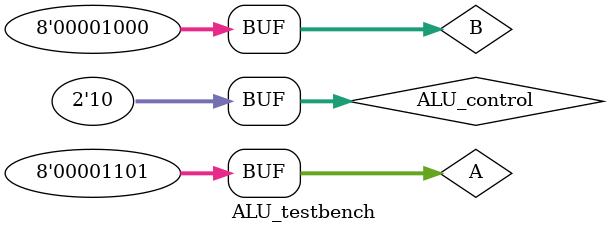
<source format=v>
`timescale 1ms/1ns

module ALU_testbench();



reg [7:0] A;
reg [7:0] B;
reg [1:0] ALU_control;
wire [8:0] C;
wire zero_flag;


ALU_module #(.word_length(8)) uut(
    .A(A),
    .B(B),
    .ALU_control(ALU_control),
    .C(C),
    .zero_flag(zero_flag)
);

initial begin
A = 8'b00001101;
B = 8'b00001000;
ALU_control = 2'b00;
#3;

 // Test addition


ALU_control = 2'b10;
A = 8'b00001101;
B = 8'b00001000;
#3;

end


endmodule

</source>
